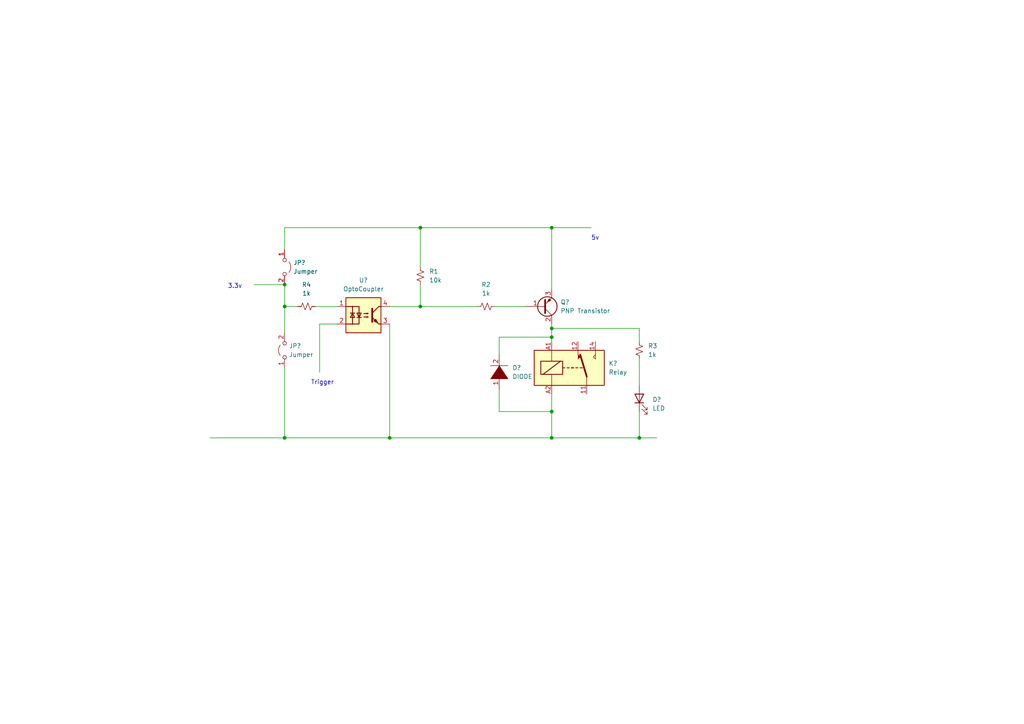
<source format=kicad_sch>
(kicad_sch (version 20211123) (generator eeschema)
  (paper "A4")
  (lib_symbols
    (symbol "Device:LED" (pin_numbers hide) (pin_names (offset 1.016) hide)
      (property "Reference" "D" (at 0 2.54 0))
      (property "Value" "LED" (at 0 -2.54 0))
      (symbol "LED_0_1"
        (polyline (pts (xy -1.27 -1.27) (xy -1.27 1.27)) (stroke (width 0.254)))
        (polyline (pts (xy -1.27 0) (xy 1.27 0)))
        (polyline (pts (xy 1.27 -1.27) (xy 1.27 1.27) (xy -1.27 0) (xy 1.27 -1.27)) (stroke (width 0.254)))
        (polyline (pts (xy -3.048 -0.762) (xy -4.572 -2.286) (xy -3.81 -2.286) (xy -4.572 -2.286) (xy -4.572 -1.524)))
        (polyline (pts (xy -1.778 -0.762) (xy -3.302 -2.286) (xy -2.54 -2.286) (xy -3.302 -2.286) (xy -3.302 -1.524)))
      )
      (symbol "LED_1_1"
        (pin passive line (at -3.81 0 0) (length 2.54) (name "K") (number "1"))
        (pin passive line (at 3.81 0 180) (length 2.54) (name "A") (number "2"))
      )
    )
    (symbol "Device:Q_PNP_BCE" (pin_names (offset 0) hide)
      (property "Reference" "Q" (at 5.08 1.27 0))
      (property "Value" "Q_PNP_BCE" (at 5.08 -1.27 0))
      (symbol "Q_PNP_BCE_0_1"
        (polyline (pts (xy 0.635 0.635) (xy 2.54 2.54)))
        (polyline (pts (xy 0.635 -0.635) (xy 2.54 -2.54) (xy 2.54 -2.54)))
        (polyline (pts (xy 0.635 1.905) (xy 0.635 -1.905) (xy 0.635 -1.905)) (stroke (width 0.508)))
        (polyline (pts (xy 2.286 -1.778) (xy 1.778 -2.286) (xy 1.27 -1.27) (xy 2.286 -1.778) (xy 2.286 -1.778)) (fill (type outline)))
        (circle (center 1.27 0) (radius 2.8194) (stroke (width 0.254)))
      )
      (symbol "Q_PNP_BCE_1_1"
        (pin input line (at -5.08 0 0) (length 5.715) (name "B") (number "1"))
        (pin passive line (at 2.54 5.08 270) (length 2.54) (name "C") (number "2"))
        (pin passive line (at 2.54 -5.08 90) (length 2.54) (name "E") (number "3"))
      )
    )
    (symbol "Device:R_Small_US" (pin_numbers hide) (pin_names (offset 0.254) hide)
      (property "Reference" "R" (at 0.762 0.508 0))
      (property "Value" "R_Small_US" (at 0.762 -1.016 0))
      (symbol "R_Small_US_1_1"
        (polyline (pts (xy 0 0) (xy 1.016 -0.381) (xy 0 -0.762) (xy -1.016 -1.143) (xy 0 -1.524)))
        (polyline (pts (xy 0 1.524) (xy 1.016 1.143) (xy 0 0.762) (xy -1.016 0.381) (xy 0 0)))
        (pin passive line (at 0 2.54 270) (length 1.016) (name "~") (number "1"))
        (pin passive line (at 0 -2.54 90) (length 1.016) (name "~") (number "2"))
      )
    )
    (symbol "Isolator:SFH620A-1" (pin_names (offset 1.016))
      (property "Reference" "U" (at -4.064 6.35 0))
      (property "Value" "SFH620A-1" (at -5.334 -6.604 0))
      (symbol "SFH620A-1_0_1"
        (rectangle (start -5.08 5.08) (end 5.08 -5.08) (stroke (width 0.254)) (fill (type background)))
      )
      (symbol "SFH620A-1_1_1"
        (circle (center -3.175 -2.54) (radius 0.127))
        (circle (center -3.175 2.54) (radius 0.127))
        (polyline (pts (xy -3.81 0.635) (xy -2.54 0.635)) (stroke (width 0.254)))
        (polyline (pts (xy -1.905 -0.635) (xy -0.635 -0.635)) (stroke (width 0.254)))
        (polyline (pts (xy 2.54 1.905) (xy 2.54 -1.905) (xy 2.54 -1.905)) (stroke (width 0.508)))
        (polyline (pts (xy 5.08 -2.54) (xy 4.445 -2.54) (xy 2.54 -0.635)) (stroke (width 0.254)))
        (polyline (pts (xy 5.08 2.54) (xy 4.445 2.54) (xy 2.54 0.635)) (stroke (width 0.254)))
        (polyline (pts (xy -5.08 2.54) (xy -3.175 2.54) (xy -3.175 -2.54) (xy -5.08 -2.54)) (stroke (width 0.254)))
        (polyline (pts (xy -3.175 -2.54) (xy -1.27 -2.54) (xy -1.27 2.54) (xy -3.175 2.54)) (stroke (width 0.254)))
        (polyline (pts (xy -3.175 0.635) (xy -3.81 -0.635) (xy -2.54 -0.635) (xy -3.175 0.635)) (stroke (width 0.254)))
        (polyline (pts (xy -1.27 -0.635) (xy -1.905 0.635) (xy -0.635 0.635) (xy -1.27 -0.635)) (stroke (width 0.254)))
        (polyline (pts (xy 0.127 -0.508) (xy 1.397 -0.508) (xy 1.016 -0.635) (xy 1.016 -0.381) (xy 1.397 -0.508)) (stroke (width 0.254)))
        (polyline (pts (xy 0.127 0.508) (xy 1.397 0.508) (xy 1.016 0.381) (xy 1.016 0.635) (xy 1.397 0.508)) (stroke (width 0.254)))
        (polyline (pts (xy 3.048 -1.651) (xy 3.556 -1.143) (xy 4.064 -2.159) (xy 3.048 -1.651) (xy 3.048 -1.651)) (stroke (width 0.254)) (fill (type outline)))
        (pin passive line (at -7.62 2.54 0) (length 2.54) (name "~") (number "1"))
        (pin passive line (at -7.62 -2.54 0) (length 2.54) (name "~") (number "2"))
        (pin passive line (at 7.62 -2.54 180) (length 2.54) (name "~") (number "3"))
        (pin passive line (at 7.62 2.54 180) (length 2.54) (name "~") (number "4"))
      )
    )
    (symbol "Jumper:Jumper_2_Open" (pin_names (offset 0) hide)
      (property "Reference" "JP" (at 0 2.794 0))
      (property "Value" "Jumper_2_Open" (at 0 -2.286 0))
      (symbol "Jumper_2_Open_0_0"
        (circle (center -2.032 0) (radius 0.508))
        (circle (center 2.032 0) (radius 0.508))
      )
      (symbol "Jumper_2_Open_0_1"
        (arc (start 1.524 1.27) (mid 0 1.778) (end -1.524 1.27))
      )
      (symbol "Jumper_2_Open_1_1"
        (pin passive line (at -5.08 0 0) (length 2.54) (name "A") (number "1"))
        (pin passive line (at 5.08 0 180) (length 2.54) (name "B") (number "2"))
      )
    )
    (symbol "Relay:FINDER-36.11"
      (property "Reference" "K" (at 11.43 3.81 0))
      (property "Value" "FINDER-36.11" (at 11.43 1.27 0))
      (symbol "FINDER-36.11_0_0"
        (polyline (pts (xy 2.54 3.81) (xy 2.54 5.08)))
        (polyline (pts (xy 7.62 3.81) (xy 7.62 5.08)))
        (polyline (pts (xy 7.62 3.81) (xy 7.62 2.54) (xy 6.985 3.175) (xy 7.62 3.81)))
      )
      (symbol "FINDER-36.11_0_1"
        (rectangle (start -10.16 5.08) (end 10.16 -5.08) (stroke (width 0.254)) (fill (type background)))
        (rectangle (start -8.255 1.905) (end -1.905 -1.905) (stroke (width 0.254)))
        (polyline (pts (xy -7.62 -1.905) (xy -2.54 1.905)) (stroke (width 0.254)))
        (polyline (pts (xy -5.08 -5.08) (xy -5.08 -1.905)))
        (polyline (pts (xy -5.08 5.08) (xy -5.08 1.905)))
        (polyline (pts (xy -1.905 0) (xy -1.27 0)) (stroke (width 0.254)))
        (polyline (pts (xy -0.635 0) (xy 0 0)) (stroke (width 0.254)))
        (polyline (pts (xy 0.635 0) (xy 1.27 0)) (stroke (width 0.254)))
        (polyline (pts (xy 0.635 0) (xy 1.27 0)) (stroke (width 0.254)))
        (polyline (pts (xy 1.905 0) (xy 2.54 0)) (stroke (width 0.254)))
        (polyline (pts (xy 3.175 0) (xy 3.81 0)) (stroke (width 0.254)))
        (polyline (pts (xy 5.08 -2.54) (xy 3.175 3.81)) (stroke (width 0.508)))
        (polyline (pts (xy 5.08 -2.54) (xy 5.08 -5.08)))
        (polyline (pts (xy 2.54 2.54) (xy 3.175 3.175) (xy 2.54 3.81)) (fill (type outline)))
      )
      (symbol "FINDER-36.11_1_1"
        (pin passive line (at 5.08 -7.62 90) (length 2.54) (name "~") (number "11"))
        (pin passive line (at 2.54 7.62 270) (length 2.54) (name "~") (number "12"))
        (pin passive line (at 7.62 7.62 270) (length 2.54) (name "~") (number "14"))
        (pin passive line (at -5.08 7.62 270) (length 2.54) (name "~") (number "A1"))
        (pin passive line (at -5.08 -7.62 90) (length 2.54) (name "~") (number "A2"))
      )
    )
    (symbol "pspice:DIODE" (pin_names (offset 1.016) hide)
      (property "Reference" "D" (at 0 3.81 0))
      (property "Value" "DIODE" (at 0 -4.445 0))
      (symbol "DIODE_0_1"
        (polyline (pts (xy 1.905 2.54) (xy 1.905 -2.54)))
        (polyline (pts (xy -1.905 2.54) (xy -1.905 -2.54) (xy 1.905 0)) (fill (type outline)))
      )
      (symbol "DIODE_1_1"
        (pin input line (at -5.08 0 0) (length 3.81) (name "K") (number "1"))
        (pin input line (at 5.08 0 180) (length 3.81) (name "A") (number "2"))
      )
    )
  )
  (junction (at 160.02 66.04))
  (junction (at 185.42 127))
  (junction (at 160.02 95.25))
  (junction (at 82.55 82.55))
  (junction (at 121.92 88.9))
  (junction (at 121.92 66.04))
  (junction (at 82.55 127))
  (junction (at 160.02 97.79))
  (junction (at 160.02 119.38))
  (junction (at 113.03 127))
  (junction (at 82.55 88.9))
  (junction (at 160.02 127))
  (wire (pts (xy 160.02 127) (xy 113.03 127)))
  (wire (pts (xy 73.66 82.55) (xy 82.55 82.55)))
  (wire (pts (xy 144.78 119.38) (xy 160.02 119.38)))
  (wire (pts (xy 144.78 97.79) (xy 160.02 97.79)))
  (wire (pts (xy 113.03 127) (xy 113.03 93.98)))
  (wire (pts (xy 160.02 97.79) (xy 160.02 99.06)))
  (wire (pts (xy 185.42 119.38) (xy 185.42 127)))
  (wire (pts (xy 121.92 88.9) (xy 138.43 88.9)))
  (wire (pts (xy 92.71 93.98) (xy 97.79 93.98)))
  (wire (pts (xy 144.78 102.87) (xy 144.78 97.79)))
  (wire (pts (xy 185.42 95.25) (xy 185.42 99.06)))
  (wire (pts (xy 160.02 114.3) (xy 160.02 119.38)))
  (wire (pts (xy 160.02 93.98) (xy 160.02 95.25)))
  (wire (pts (xy 185.42 104.14) (xy 185.42 111.76)))
  (wire (pts (xy 82.55 88.9) (xy 86.36 88.9)))
  (wire (pts (xy 160.02 95.25) (xy 185.42 95.25)))
  (wire (pts (xy 121.92 66.04) (xy 121.92 77.47)))
  (wire (pts (xy 171.45 66.04) (xy 160.02 66.04)))
  (wire (pts (xy 60.96 127) (xy 82.55 127)))
  (wire (pts (xy 160.02 66.04) (xy 160.02 83.82)))
  (wire (pts (xy 113.03 88.9) (xy 121.92 88.9)))
  (wire (pts (xy 160.02 66.04) (xy 121.92 66.04)))
  (wire (pts (xy 92.71 107.95) (xy 92.71 93.98)))
  (wire (pts (xy 143.51 88.9) (xy 152.4 88.9)))
  (wire (pts (xy 82.55 106.68) (xy 82.55 127)))
  (wire (pts (xy 160.02 95.25) (xy 160.02 97.79)))
  (wire (pts (xy 82.55 66.04) (xy 82.55 72.39)))
  (wire (pts (xy 160.02 119.38) (xy 160.02 127)))
  (wire (pts (xy 82.55 88.9) (xy 82.55 96.52)))
  (wire (pts (xy 91.44 88.9) (xy 97.79 88.9)))
  (wire (pts (xy 190.5 127) (xy 185.42 127)))
  (wire (pts (xy 121.92 82.55) (xy 121.92 88.9)))
  (wire (pts (xy 144.78 113.03) (xy 144.78 119.38)))
  (wire (pts (xy 121.92 66.04) (xy 82.55 66.04)))
  (wire (pts (xy 82.55 127) (xy 113.03 127)))
  (wire (pts (xy 185.42 127) (xy 160.02 127)))
  (wire (pts (xy 82.55 82.55) (xy 82.55 88.9)))
  (text "Trigger" (at 90.17 111.76 0) (effects (font (size 1.27 1.27)) (justify left bottom)))
  (text "3.3v" (at 66.04 83.82 0) (effects (font (size 1.27 1.27)) (justify left bottom)))
  (text "5v" (at 171.45 69.85 0) (effects (font (size 1.27 1.27)) (justify left bottom)))
  (symbol (lib_id "Jumper:Jumper_2_Open") (at 82.55 101.6 90) (unit 1)
    (property "Reference" "JP?" (at 83.82 100.3299 90) (effects (justify right)))
    (property "Value" "Jumper" (at 83.82 102.8699 90) (effects (justify right)))
  )
  (symbol (lib_id "pspice:DIODE") (at 144.78 107.95 90) (unit 1)
    (property "Reference" "D?" (at 148.59 106.6799 90) (effects (justify right)))
    (property "Value" "DIODE" (at 148.59 109.2199 90) (effects (justify right)))
  )
  (symbol (lib_id "Device:R_Small_US") (at 140.97 88.9 90) (unit 1)
    (property "Reference" "R2" (at 140.97 82.55 90))
    (property "Value" "1k" (at 140.97 85.09 90))
  )
  (symbol (lib_id "Isolator:SFH620A-1") (at 105.41 91.44 0) (unit 1)
    (property "Reference" "U?" (at 105.41 81.28 0))
    (property "Value" "OptoCoupler" (at 105.41 83.82 0))
    (property "Footprint" "Package_DIP:DIP-4_W7.62mm" (effects hide))
    (property "Datasheet" "http://www.vishay.com/docs/83675/sfh620a.pdf" (effects hide))
  )
  (symbol (lib_id "Device:LED") (at 185.42 115.57 90) (unit 1)
    (property "Reference" "D?" (at 189.23 115.8874 90) (effects (justify right)))
    (property "Value" "LED" (at 189.23 118.4274 90) (effects (justify right)))
  )
  (symbol (lib_id "Device:Q_PNP_BCE") (at 157.48 88.9 0) (mirror x) (unit 1)
    (property "Reference" "Q?" (at 162.56 87.6299 0) (effects (justify left)))
    (property "Value" "PNP Transistor" (at 162.56 90.1699 0) (effects (justify left)))
  )
  (symbol (lib_id "Device:R_Small_US") (at 121.92 80.01 0) (unit 1)
    (property "Reference" "R1" (at 124.46 78.7399 0) (effects (justify left)))
    (property "Value" "10k" (at 124.46 81.2799 0) (effects (justify left)))
  )
  (symbol (lib_id "Device:R_Small_US") (at 185.42 101.6 0) (unit 1)
    (property "Reference" "R3" (at 187.96 100.3299 0) (effects (justify left)))
    (property "Value" "1k" (at 187.96 102.8699 0) (effects (justify left)))
  )
  (symbol (lib_id "Jumper:Jumper_2_Open") (at 82.55 77.47 270) (unit 1)
    (property "Reference" "JP?" (at 85.09 76.1999 90) (effects (justify left)))
    (property "Value" "Jumper" (at 85.09 78.7399 90) (effects (justify left)))
  )
  (symbol (lib_id "Relay:FINDER-36.11") (at 165.1 106.68 0) (unit 1)
    (property "Reference" "K?" (at 176.53 105.4099 0) (effects (justify left)))
    (property "Value" "Relay" (at 176.53 107.9499 0) (effects (justify left)))
    (property "Footprint" "Relay_THT:Relay_SPDT_Finder_36.11" (effects hide))
    (property "Datasheet" "https://gfinder.findernet.com/public/attachments/36/EN/S36EN.pdf" (effects hide))
  )
  (symbol (lib_id "Device:R_Small_US") (at 88.9 88.9 90) (unit 1)
    (property "Reference" "R4" (at 88.9 82.55 90))
    (property "Value" "1k" (at 88.9 85.09 90))
  )
)
</source>
